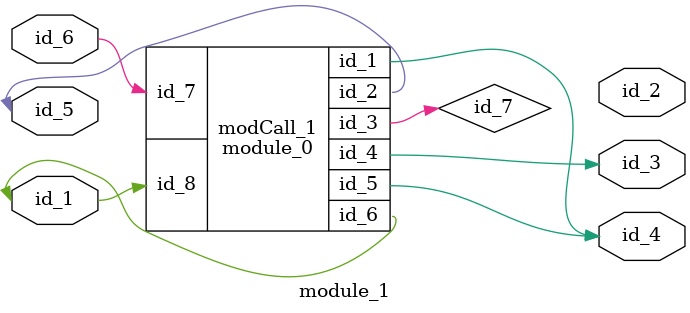
<source format=v>
module module_0 (
    id_1,
    id_2,
    id_3,
    id_4,
    id_5,
    id_6,
    id_7,
    id_8
);
  input wire id_8;
  input wire id_7;
  inout wire id_6;
  output wire id_5;
  output wire id_4;
  inout wire id_3;
  inout wire id_2;
  output wire id_1;
  wire id_9;
endmodule
module module_1 (
    id_1,
    id_2,
    id_3,
    id_4,
    id_5,
    id_6
);
  input wire id_6;
  inout wire id_5;
  output wire id_4;
  output wire id_3;
  output wire id_2;
  inout wire id_1;
  wire id_7;
  module_0 modCall_1 (
      id_4,
      id_5,
      id_7,
      id_3,
      id_4,
      id_1,
      id_6,
      id_1
  );
endmodule

</source>
